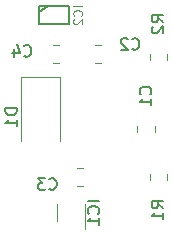
<source format=gbr>
%TF.GenerationSoftware,KiCad,Pcbnew,6.0.11+dfsg-1~bpo11+1*%
%TF.CreationDate,2023-07-04T22:51:16+00:00*%
%TF.ProjectId,ACOMP01,41434f4d-5030-4312-9e6b-696361645f70,rev?*%
%TF.SameCoordinates,Original*%
%TF.FileFunction,Legend,Bot*%
%TF.FilePolarity,Positive*%
%FSLAX46Y46*%
G04 Gerber Fmt 4.6, Leading zero omitted, Abs format (unit mm)*
G04 Created by KiCad (PCBNEW 6.0.11+dfsg-1~bpo11+1) date 2023-07-04 22:51:16*
%MOMM*%
%LPD*%
G01*
G04 APERTURE LIST*
%ADD10C,0.150000*%
%ADD11C,0.076200*%
%ADD12C,0.120000*%
G04 APERTURE END LIST*
D10*
%TO.C,C1*%
X15851142Y17184667D02*
X15898761Y17232286D01*
X15946380Y17375143D01*
X15946380Y17470381D01*
X15898761Y17613239D01*
X15803523Y17708477D01*
X15708285Y17756096D01*
X15517809Y17803715D01*
X15374952Y17803715D01*
X15184476Y17756096D01*
X15089238Y17708477D01*
X14994000Y17613239D01*
X14946380Y17470381D01*
X14946380Y17375143D01*
X14994000Y17232286D01*
X15041619Y17184667D01*
X15946380Y16232286D02*
X15946380Y16803715D01*
X15946380Y16518000D02*
X14946380Y16518000D01*
X15089238Y16613239D01*
X15184476Y16708477D01*
X15232095Y16803715D01*
%TO.C,D1*%
X4556380Y15978096D02*
X3556380Y15978096D01*
X3556380Y15740000D01*
X3604000Y15597143D01*
X3699238Y15501905D01*
X3794476Y15454286D01*
X3984952Y15406667D01*
X4127809Y15406667D01*
X4318285Y15454286D01*
X4413523Y15501905D01*
X4508761Y15597143D01*
X4556380Y15740000D01*
X4556380Y15978096D01*
X4556380Y14454286D02*
X4556380Y15025715D01*
X4556380Y14740000D02*
X3556380Y14740000D01*
X3699238Y14835239D01*
X3794476Y14930477D01*
X3842095Y15025715D01*
%TO.C,C4*%
X5170466Y20445458D02*
X5218085Y20397839D01*
X5360942Y20350220D01*
X5456180Y20350220D01*
X5599038Y20397839D01*
X5694276Y20493077D01*
X5741895Y20588315D01*
X5789514Y20778791D01*
X5789514Y20921648D01*
X5741895Y21112124D01*
X5694276Y21207362D01*
X5599038Y21302600D01*
X5456180Y21350220D01*
X5360942Y21350220D01*
X5218085Y21302600D01*
X5170466Y21254981D01*
X4313323Y21016886D02*
X4313323Y20350220D01*
X4551419Y21397839D02*
X4789514Y20683553D01*
X4170466Y20683553D01*
%TO.C,C3*%
X7304066Y9167858D02*
X7351685Y9120239D01*
X7494542Y9072620D01*
X7589780Y9072620D01*
X7732638Y9120239D01*
X7827876Y9215477D01*
X7875495Y9310715D01*
X7923114Y9501191D01*
X7923114Y9644048D01*
X7875495Y9834524D01*
X7827876Y9929762D01*
X7732638Y10025000D01*
X7589780Y10072620D01*
X7494542Y10072620D01*
X7351685Y10025000D01*
X7304066Y9977381D01*
X6970733Y10072620D02*
X6351685Y10072620D01*
X6685019Y9691667D01*
X6542161Y9691667D01*
X6446923Y9644048D01*
X6399304Y9596429D01*
X6351685Y9501191D01*
X6351685Y9263096D01*
X6399304Y9167858D01*
X6446923Y9120239D01*
X6542161Y9072620D01*
X6827876Y9072620D01*
X6923114Y9120239D01*
X6970733Y9167858D01*
%TO.C,R2*%
X16962380Y23280667D02*
X16486190Y23614000D01*
X16962380Y23852096D02*
X15962380Y23852096D01*
X15962380Y23471143D01*
X16010000Y23375905D01*
X16057619Y23328286D01*
X16152857Y23280667D01*
X16295714Y23280667D01*
X16390952Y23328286D01*
X16438571Y23375905D01*
X16486190Y23471143D01*
X16486190Y23852096D01*
X16057619Y22899715D02*
X16010000Y22852096D01*
X15962380Y22756858D01*
X15962380Y22518762D01*
X16010000Y22423524D01*
X16057619Y22375905D01*
X16152857Y22328286D01*
X16248095Y22328286D01*
X16390952Y22375905D01*
X16962380Y22947334D01*
X16962380Y22328286D01*
%TO.C,C2*%
X14314466Y21029658D02*
X14362085Y20982039D01*
X14504942Y20934420D01*
X14600180Y20934420D01*
X14743038Y20982039D01*
X14838276Y21077277D01*
X14885895Y21172515D01*
X14933514Y21362991D01*
X14933514Y21505848D01*
X14885895Y21696324D01*
X14838276Y21791562D01*
X14743038Y21886800D01*
X14600180Y21934420D01*
X14504942Y21934420D01*
X14362085Y21886800D01*
X14314466Y21839181D01*
X13933514Y21839181D02*
X13885895Y21886800D01*
X13790657Y21934420D01*
X13552561Y21934420D01*
X13457323Y21886800D01*
X13409704Y21839181D01*
X13362085Y21743943D01*
X13362085Y21648705D01*
X13409704Y21505848D01*
X13981133Y20934420D01*
X13362085Y20934420D01*
D11*
%TO.C,IC2*%
X10090694Y24619858D02*
X9328694Y24619858D01*
X10018122Y23821572D02*
X10054408Y23857858D01*
X10090694Y23966715D01*
X10090694Y24039286D01*
X10054408Y24148143D01*
X9981837Y24220715D01*
X9909265Y24257000D01*
X9764122Y24293286D01*
X9655265Y24293286D01*
X9510122Y24257000D01*
X9437551Y24220715D01*
X9364980Y24148143D01*
X9328694Y24039286D01*
X9328694Y23966715D01*
X9364980Y23857858D01*
X9401265Y23821572D01*
X9401265Y23531286D02*
X9364980Y23495000D01*
X9328694Y23422429D01*
X9328694Y23241000D01*
X9364980Y23168429D01*
X9401265Y23132143D01*
X9473837Y23095858D01*
X9546408Y23095858D01*
X9655265Y23132143D01*
X10090694Y23567572D01*
X10090694Y23095858D01*
D10*
%TO.C,IC1*%
X11546380Y8113591D02*
X10546380Y8113591D01*
X11451142Y7065972D02*
X11498761Y7113591D01*
X11546380Y7256448D01*
X11546380Y7351686D01*
X11498761Y7494543D01*
X11403523Y7589781D01*
X11308285Y7637400D01*
X11117809Y7685020D01*
X10974952Y7685020D01*
X10784476Y7637400D01*
X10689238Y7589781D01*
X10594000Y7494543D01*
X10546380Y7351686D01*
X10546380Y7256448D01*
X10594000Y7113591D01*
X10641619Y7065972D01*
X11546380Y6113591D02*
X11546380Y6685020D01*
X11546380Y6399305D02*
X10546380Y6399305D01*
X10689238Y6494543D01*
X10784476Y6589781D01*
X10832095Y6685020D01*
%TO.C,R1*%
X16962380Y7532667D02*
X16486190Y7866000D01*
X16962380Y8104096D02*
X15962380Y8104096D01*
X15962380Y7723143D01*
X16010000Y7627905D01*
X16057619Y7580286D01*
X16152857Y7532667D01*
X16295714Y7532667D01*
X16390952Y7580286D01*
X16438571Y7627905D01*
X16486190Y7723143D01*
X16486190Y8104096D01*
X16962380Y6580286D02*
X16962380Y7151715D01*
X16962380Y6866000D02*
X15962380Y6866000D01*
X16105238Y6961239D01*
X16200476Y7056477D01*
X16248095Y7151715D01*
D12*
%TO.C,C1*%
X16229000Y14485252D02*
X16229000Y13962748D01*
X14759000Y14485252D02*
X14759000Y13962748D01*
%TO.C,D1*%
X4954000Y18640000D02*
X8254000Y18640000D01*
X4954000Y18640000D02*
X4954000Y13240000D01*
X8254000Y18640000D02*
X8254000Y13240000D01*
%TO.C,C4*%
X8135252Y21309000D02*
X7612748Y21309000D01*
X8135252Y19839000D02*
X7612748Y19839000D01*
%TO.C,C3*%
X9644748Y9425000D02*
X10167252Y9425000D01*
X9644748Y10895000D02*
X10167252Y10895000D01*
%TO.C,R2*%
X15800400Y20092936D02*
X15800400Y20547064D01*
X17270400Y20092936D02*
X17270400Y20547064D01*
%TO.C,C2*%
X11168748Y21309000D02*
X11691252Y21309000D01*
X11168748Y19839000D02*
X11691252Y19839000D01*
D10*
%TO.C,IC2*%
X9017000Y24638000D02*
X6413500Y24638000D01*
X9017000Y23114000D02*
X9017000Y24638000D01*
X6413500Y24638000D02*
X6413500Y23114000D01*
X7239000Y24638000D02*
X6477000Y24130000D01*
X6413500Y23114000D02*
X9017000Y23114000D01*
D12*
%TO.C,IC1*%
X7984000Y6462400D02*
X7984000Y7872400D01*
X10304000Y7872400D02*
X10304000Y5787400D01*
%TO.C,R1*%
X17270400Y9932936D02*
X17270400Y10387064D01*
X15800400Y9932936D02*
X15800400Y10387064D01*
%TD*%
M02*

</source>
